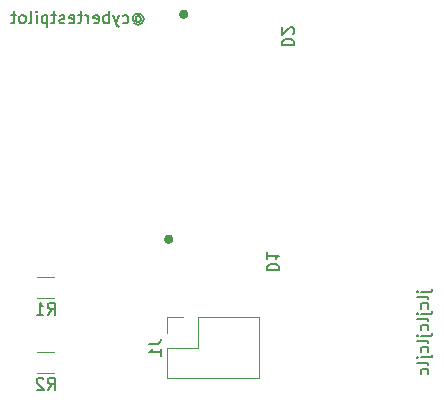
<source format=gbo>
%TF.GenerationSoftware,KiCad,Pcbnew,(5.1.12-1-10_14)*%
%TF.CreationDate,2022-04-14T08:34:34-04:00*%
%TF.ProjectId,Master_Warning,4d617374-6572-45f5-9761-726e696e672e,rev?*%
%TF.SameCoordinates,Original*%
%TF.FileFunction,Legend,Bot*%
%TF.FilePolarity,Positive*%
%FSLAX46Y46*%
G04 Gerber Fmt 4.6, Leading zero omitted, Abs format (unit mm)*
G04 Created by KiCad (PCBNEW (5.1.12-1-10_14)) date 2022-04-14 08:34:34*
%MOMM*%
%LPD*%
G01*
G04 APERTURE LIST*
%ADD10C,0.150000*%
%ADD11C,0.400000*%
%ADD12C,0.120000*%
G04 APERTURE END LIST*
D10*
X177585714Y-100663809D02*
X178442857Y-100663809D01*
X178538095Y-100616190D01*
X178585714Y-100520952D01*
X178585714Y-100473333D01*
X177252380Y-100663809D02*
X177300000Y-100616190D01*
X177347619Y-100663809D01*
X177300000Y-100711428D01*
X177252380Y-100663809D01*
X177347619Y-100663809D01*
X178252380Y-101282857D02*
X178204761Y-101187619D01*
X178109523Y-101140000D01*
X177252380Y-101140000D01*
X178204761Y-102092380D02*
X178252380Y-101997142D01*
X178252380Y-101806666D01*
X178204761Y-101711428D01*
X178157142Y-101663809D01*
X178061904Y-101616190D01*
X177776190Y-101616190D01*
X177680952Y-101663809D01*
X177633333Y-101711428D01*
X177585714Y-101806666D01*
X177585714Y-101997142D01*
X177633333Y-102092380D01*
X177585714Y-102520952D02*
X178442857Y-102520952D01*
X178538095Y-102473333D01*
X178585714Y-102378095D01*
X178585714Y-102330476D01*
X177252380Y-102520952D02*
X177300000Y-102473333D01*
X177347619Y-102520952D01*
X177300000Y-102568571D01*
X177252380Y-102520952D01*
X177347619Y-102520952D01*
X178252380Y-103140000D02*
X178204761Y-103044761D01*
X178109523Y-102997142D01*
X177252380Y-102997142D01*
X178204761Y-103949523D02*
X178252380Y-103854285D01*
X178252380Y-103663809D01*
X178204761Y-103568571D01*
X178157142Y-103520952D01*
X178061904Y-103473333D01*
X177776190Y-103473333D01*
X177680952Y-103520952D01*
X177633333Y-103568571D01*
X177585714Y-103663809D01*
X177585714Y-103854285D01*
X177633333Y-103949523D01*
X177585714Y-104378095D02*
X178442857Y-104378095D01*
X178538095Y-104330476D01*
X178585714Y-104235238D01*
X178585714Y-104187619D01*
X177252380Y-104378095D02*
X177300000Y-104330476D01*
X177347619Y-104378095D01*
X177300000Y-104425714D01*
X177252380Y-104378095D01*
X177347619Y-104378095D01*
X178252380Y-104997142D02*
X178204761Y-104901904D01*
X178109523Y-104854285D01*
X177252380Y-104854285D01*
X178204761Y-105806666D02*
X178252380Y-105711428D01*
X178252380Y-105520952D01*
X178204761Y-105425714D01*
X178157142Y-105378095D01*
X178061904Y-105330476D01*
X177776190Y-105330476D01*
X177680952Y-105378095D01*
X177633333Y-105425714D01*
X177585714Y-105520952D01*
X177585714Y-105711428D01*
X177633333Y-105806666D01*
X177585714Y-106235238D02*
X178442857Y-106235238D01*
X178538095Y-106187619D01*
X178585714Y-106092380D01*
X178585714Y-106044761D01*
X177252380Y-106235238D02*
X177300000Y-106187619D01*
X177347619Y-106235238D01*
X177300000Y-106282857D01*
X177252380Y-106235238D01*
X177347619Y-106235238D01*
X178252380Y-106854285D02*
X178204761Y-106759047D01*
X178109523Y-106711428D01*
X177252380Y-106711428D01*
X178204761Y-107663809D02*
X178252380Y-107568571D01*
X178252380Y-107378095D01*
X178204761Y-107282857D01*
X178157142Y-107235238D01*
X178061904Y-107187619D01*
X177776190Y-107187619D01*
X177680952Y-107235238D01*
X177633333Y-107282857D01*
X177585714Y-107378095D01*
X177585714Y-107568571D01*
X177633333Y-107663809D01*
X153470952Y-77446190D02*
X153518571Y-77398571D01*
X153613809Y-77350952D01*
X153709047Y-77350952D01*
X153804285Y-77398571D01*
X153851904Y-77446190D01*
X153899523Y-77541428D01*
X153899523Y-77636666D01*
X153851904Y-77731904D01*
X153804285Y-77779523D01*
X153709047Y-77827142D01*
X153613809Y-77827142D01*
X153518571Y-77779523D01*
X153470952Y-77731904D01*
X153470952Y-77350952D02*
X153470952Y-77731904D01*
X153423333Y-77779523D01*
X153375714Y-77779523D01*
X153280476Y-77731904D01*
X153232857Y-77636666D01*
X153232857Y-77398571D01*
X153328095Y-77255714D01*
X153470952Y-77160476D01*
X153661428Y-77112857D01*
X153851904Y-77160476D01*
X153994761Y-77255714D01*
X154090000Y-77398571D01*
X154137619Y-77589047D01*
X154090000Y-77779523D01*
X153994761Y-77922380D01*
X153851904Y-78017619D01*
X153661428Y-78065238D01*
X153470952Y-78017619D01*
X153328095Y-77922380D01*
X152375714Y-77874761D02*
X152470952Y-77922380D01*
X152661428Y-77922380D01*
X152756666Y-77874761D01*
X152804285Y-77827142D01*
X152851904Y-77731904D01*
X152851904Y-77446190D01*
X152804285Y-77350952D01*
X152756666Y-77303333D01*
X152661428Y-77255714D01*
X152470952Y-77255714D01*
X152375714Y-77303333D01*
X152042380Y-77255714D02*
X151804285Y-77922380D01*
X151566190Y-77255714D02*
X151804285Y-77922380D01*
X151899523Y-78160476D01*
X151947142Y-78208095D01*
X152042380Y-78255714D01*
X151185238Y-77922380D02*
X151185238Y-76922380D01*
X151185238Y-77303333D02*
X151090000Y-77255714D01*
X150899523Y-77255714D01*
X150804285Y-77303333D01*
X150756666Y-77350952D01*
X150709047Y-77446190D01*
X150709047Y-77731904D01*
X150756666Y-77827142D01*
X150804285Y-77874761D01*
X150899523Y-77922380D01*
X151090000Y-77922380D01*
X151185238Y-77874761D01*
X149899523Y-77874761D02*
X149994761Y-77922380D01*
X150185238Y-77922380D01*
X150280476Y-77874761D01*
X150328095Y-77779523D01*
X150328095Y-77398571D01*
X150280476Y-77303333D01*
X150185238Y-77255714D01*
X149994761Y-77255714D01*
X149899523Y-77303333D01*
X149851904Y-77398571D01*
X149851904Y-77493809D01*
X150328095Y-77589047D01*
X149423333Y-77922380D02*
X149423333Y-77255714D01*
X149423333Y-77446190D02*
X149375714Y-77350952D01*
X149328095Y-77303333D01*
X149232857Y-77255714D01*
X149137619Y-77255714D01*
X148947142Y-77255714D02*
X148566190Y-77255714D01*
X148804285Y-76922380D02*
X148804285Y-77779523D01*
X148756666Y-77874761D01*
X148661428Y-77922380D01*
X148566190Y-77922380D01*
X147851904Y-77874761D02*
X147947142Y-77922380D01*
X148137619Y-77922380D01*
X148232857Y-77874761D01*
X148280476Y-77779523D01*
X148280476Y-77398571D01*
X148232857Y-77303333D01*
X148137619Y-77255714D01*
X147947142Y-77255714D01*
X147851904Y-77303333D01*
X147804285Y-77398571D01*
X147804285Y-77493809D01*
X148280476Y-77589047D01*
X147423333Y-77874761D02*
X147328095Y-77922380D01*
X147137619Y-77922380D01*
X147042380Y-77874761D01*
X146994761Y-77779523D01*
X146994761Y-77731904D01*
X147042380Y-77636666D01*
X147137619Y-77589047D01*
X147280476Y-77589047D01*
X147375714Y-77541428D01*
X147423333Y-77446190D01*
X147423333Y-77398571D01*
X147375714Y-77303333D01*
X147280476Y-77255714D01*
X147137619Y-77255714D01*
X147042380Y-77303333D01*
X146709047Y-77255714D02*
X146328095Y-77255714D01*
X146566190Y-76922380D02*
X146566190Y-77779523D01*
X146518571Y-77874761D01*
X146423333Y-77922380D01*
X146328095Y-77922380D01*
X145994761Y-77255714D02*
X145994761Y-78255714D01*
X145994761Y-77303333D02*
X145899523Y-77255714D01*
X145709047Y-77255714D01*
X145613809Y-77303333D01*
X145566190Y-77350952D01*
X145518571Y-77446190D01*
X145518571Y-77731904D01*
X145566190Y-77827142D01*
X145613809Y-77874761D01*
X145709047Y-77922380D01*
X145899523Y-77922380D01*
X145994761Y-77874761D01*
X145090000Y-77922380D02*
X145090000Y-77255714D01*
X145090000Y-76922380D02*
X145137619Y-76970000D01*
X145090000Y-77017619D01*
X145042380Y-76970000D01*
X145090000Y-76922380D01*
X145090000Y-77017619D01*
X144470952Y-77922380D02*
X144566190Y-77874761D01*
X144613809Y-77779523D01*
X144613809Y-76922380D01*
X143947142Y-77922380D02*
X144042380Y-77874761D01*
X144090000Y-77827142D01*
X144137619Y-77731904D01*
X144137619Y-77446190D01*
X144090000Y-77350952D01*
X144042380Y-77303333D01*
X143947142Y-77255714D01*
X143804285Y-77255714D01*
X143709047Y-77303333D01*
X143661428Y-77350952D01*
X143613809Y-77446190D01*
X143613809Y-77731904D01*
X143661428Y-77827142D01*
X143709047Y-77874761D01*
X143804285Y-77922380D01*
X143947142Y-77922380D01*
X143328095Y-77255714D02*
X142947142Y-77255714D01*
X143185238Y-76922380D02*
X143185238Y-77779523D01*
X143137619Y-77874761D01*
X143042380Y-77922380D01*
X142947142Y-77922380D01*
D11*
%TO.C,D1*%
X156461760Y-96227900D02*
G75*
G03*
X156461760Y-96227900I-200000J0D01*
G01*
%TO.C,D2*%
X157731760Y-77177900D02*
G75*
G03*
X157731760Y-77177900I-200000J0D01*
G01*
D12*
%TO.C,J1*%
X163890000Y-102810000D02*
X163890000Y-108010000D01*
X158750000Y-102810000D02*
X163890000Y-102810000D01*
X156150000Y-108010000D02*
X163890000Y-108010000D01*
X158750000Y-102810000D02*
X158750000Y-105410000D01*
X158750000Y-105410000D02*
X156150000Y-105410000D01*
X156150000Y-105410000D02*
X156150000Y-108010000D01*
X157480000Y-102810000D02*
X156150000Y-102810000D01*
X156150000Y-102810000D02*
X156150000Y-104140000D01*
%TO.C,R1*%
X145130436Y-101240000D02*
X146584564Y-101240000D01*
X145130436Y-99420000D02*
X146584564Y-99420000D01*
%TO.C,R2*%
X145130436Y-105770000D02*
X146584564Y-105770000D01*
X145130436Y-107590000D02*
X146584564Y-107590000D01*
%TO.C,D1*%
D10*
X164610479Y-98853215D02*
X165610479Y-98853215D01*
X165610479Y-98615120D01*
X165562860Y-98472262D01*
X165467621Y-98377024D01*
X165372383Y-98329405D01*
X165181907Y-98281786D01*
X165039050Y-98281786D01*
X164848574Y-98329405D01*
X164753336Y-98377024D01*
X164658098Y-98472262D01*
X164610479Y-98615120D01*
X164610479Y-98853215D01*
X164610479Y-97329405D02*
X164610479Y-97900834D01*
X164610479Y-97615120D02*
X165610479Y-97615120D01*
X165467621Y-97710358D01*
X165372383Y-97805596D01*
X165324764Y-97900834D01*
%TO.C,D2*%
X165880479Y-79803215D02*
X166880479Y-79803215D01*
X166880479Y-79565120D01*
X166832860Y-79422262D01*
X166737621Y-79327024D01*
X166642383Y-79279405D01*
X166451907Y-79231786D01*
X166309050Y-79231786D01*
X166118574Y-79279405D01*
X166023336Y-79327024D01*
X165928098Y-79422262D01*
X165880479Y-79565120D01*
X165880479Y-79803215D01*
X166785240Y-78850834D02*
X166832860Y-78803215D01*
X166880479Y-78707977D01*
X166880479Y-78469881D01*
X166832860Y-78374643D01*
X166785240Y-78327024D01*
X166690002Y-78279405D01*
X166594764Y-78279405D01*
X166451907Y-78327024D01*
X165880479Y-78898453D01*
X165880479Y-78279405D01*
%TO.C,J1*%
X154602380Y-105076666D02*
X155316666Y-105076666D01*
X155459523Y-105029047D01*
X155554761Y-104933809D01*
X155602380Y-104790952D01*
X155602380Y-104695714D01*
X155602380Y-106076666D02*
X155602380Y-105505238D01*
X155602380Y-105790952D02*
X154602380Y-105790952D01*
X154745238Y-105695714D01*
X154840476Y-105600476D01*
X154888095Y-105505238D01*
%TO.C,R1*%
X146024166Y-102602380D02*
X146357500Y-102126190D01*
X146595595Y-102602380D02*
X146595595Y-101602380D01*
X146214642Y-101602380D01*
X146119404Y-101650000D01*
X146071785Y-101697619D01*
X146024166Y-101792857D01*
X146024166Y-101935714D01*
X146071785Y-102030952D01*
X146119404Y-102078571D01*
X146214642Y-102126190D01*
X146595595Y-102126190D01*
X145071785Y-102602380D02*
X145643214Y-102602380D01*
X145357500Y-102602380D02*
X145357500Y-101602380D01*
X145452738Y-101745238D01*
X145547976Y-101840476D01*
X145643214Y-101888095D01*
%TO.C,R2*%
X146024166Y-108952380D02*
X146357500Y-108476190D01*
X146595595Y-108952380D02*
X146595595Y-107952380D01*
X146214642Y-107952380D01*
X146119404Y-108000000D01*
X146071785Y-108047619D01*
X146024166Y-108142857D01*
X146024166Y-108285714D01*
X146071785Y-108380952D01*
X146119404Y-108428571D01*
X146214642Y-108476190D01*
X146595595Y-108476190D01*
X145643214Y-108047619D02*
X145595595Y-108000000D01*
X145500357Y-107952380D01*
X145262261Y-107952380D01*
X145167023Y-108000000D01*
X145119404Y-108047619D01*
X145071785Y-108142857D01*
X145071785Y-108238095D01*
X145119404Y-108380952D01*
X145690833Y-108952380D01*
X145071785Y-108952380D01*
%TD*%
M02*

</source>
